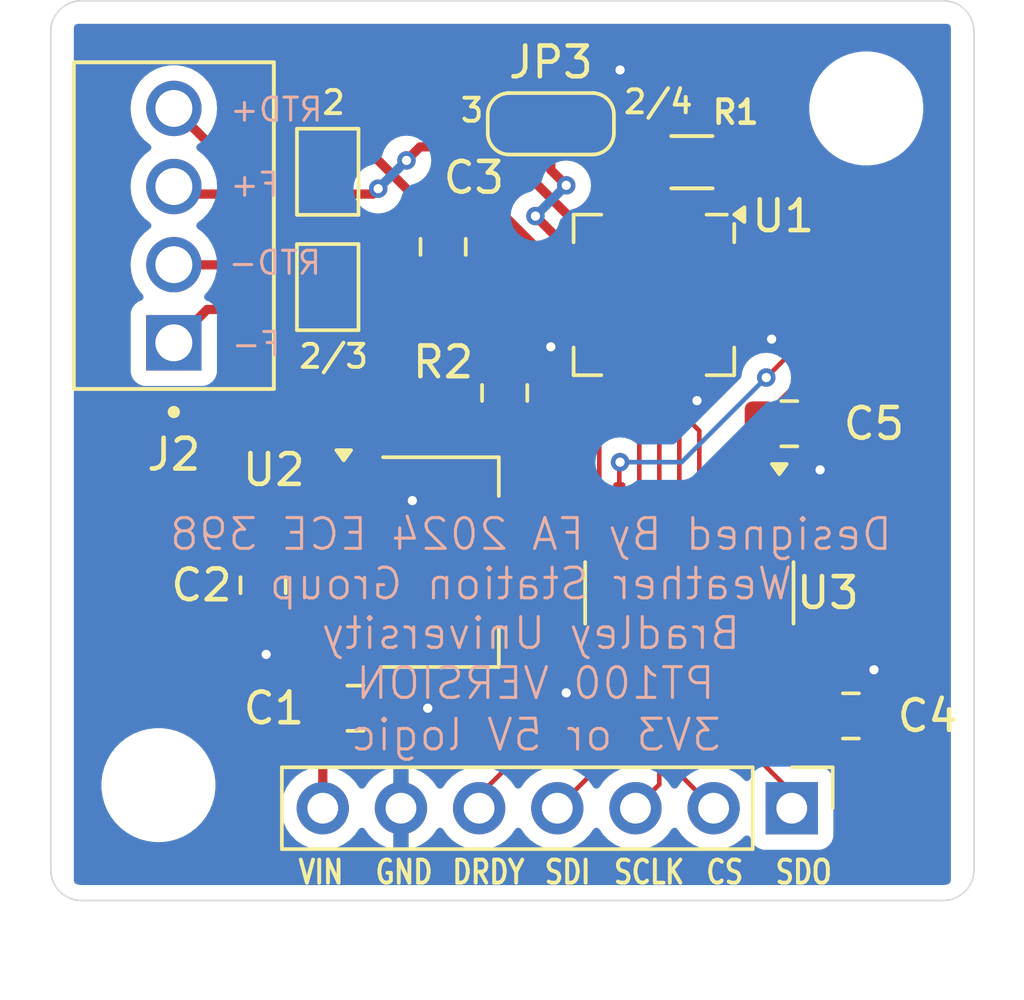
<source format=kicad_pcb>
(kicad_pcb (version 20240108) (generator "pcbnew") (generator_version "8.0")
  (layers (0 "F.Cu" signal) (31 "B.Cu" signal) (34 "B.Paste" user) (35 "F.Paste" user) (36 "B.SilkS" user "B.Silkscreen") (37 "F.SilkS" user "F.Silkscreen") (38 "B.Mask" user) (39 "F.Mask" user) (44 "Edge.Cuts" user))
  (net 0 "")
  (net 1 "GND")
  (net 2 "VIN")
  (net 3 "VDD")
  (net 4 "/RTDIN-")
  (net 5 "/RTDIN+")
  (net 6 "/IN_SDO")
  (net 7 "/IN_SDI")
  (net 8 "/IN_SCLK")
  (net 10 "/IN_CS")
  (net 11 "/IN_DRDY")
  (net 12 "/FORCE-")
  (net 13 "/FORCE+")
  (net 14 "/FORCE2")
  (net 15 "Net-(U1-BIAS)")
  (net 16 "Net-(U1-ISENSOR)")
  (net 17 "Net-(U3-OE)")
  (net 18 "/IC_SDI")
  (net 19 "/IC_SCLK")
  (net 20 "/IC_DRDY")
  (net 21 "/IC_CS")
  (net 22 "/IC_SDO")
  (footprint "RT1206BRD07400RL:RESC3116X65N" (layer "F.Cu") (at 167.3352 91.9988)
    (property "Reference" "R1" (at 1.4224 -1.6256 0) (layer "F.SilkS") (effects (font (size 0.75 0.75))))
    (property "Value" "400 (0.1)%")
    (fp_line (start -0.67 -0.85) (end 0.67 -0.85) (stroke (width 0.127)) (layer "F.SilkS"))
    (fp_line (start -0.67 0.85) (end 0.67 0.85) (stroke (width 0.127)) (layer "F.SilkS"))
    (pad "1" smd rect (at -1.48 0) (size 0.97 1.73) (layers "F.Cu" "F.Paste" "F.Mask") (net 16 "Net-(U1-ISENSOR)"))
    (pad "2" smd rect (at 1.48 0) (size 0.97 1.73) (layers "F.Cu" "F.Paste" "F.Mask") (net 15 "Net-(U1-BIAS)"))
  )
  (footprint "Jumper:SolderJumper-3_P1.3mm_Open_RoundedPad1.0x1.5mm_NumberLabels" (layer "F.Cu") (at 162.75 90.75)
    (property "Reference" "JP3" (at 0 -2 0) (layer "F.SilkS"))
    (property "Value" "~")
    (fp_line (start -2.05 0.3) (end -2.05 -0.3) (stroke (width 0.12)) (layer "F.SilkS"))
    (fp_line (start -1.4 -1) (end 1.4 -1) (stroke (width 0.12)) (layer "F.SilkS"))
    (fp_line (start 1.4 1) (end -1.4 1) (stroke (width 0.12)) (layer "F.SilkS"))
    (fp_line (start 2.05 -0.3) (end 2.05 0.3) (stroke (width 0.12)) (layer "F.SilkS"))
    (fp_arc (start -2.05 -0.3) (mid -1.844975 -0.794975) (end -1.35 -1) (stroke (width 0.12)) (layer "F.SilkS"))
    (fp_arc (start -1.35 1) (mid -1.844975 0.794975) (end -2.05 0.3) (stroke (width 0.12)) (layer "F.SilkS"))
    (fp_arc (start 1.35 -1) (mid 1.844975 -0.794975) (end 2.05 -0.3) (stroke (width 0.12)) (layer "F.SilkS"))
    (fp_arc (start 2.05 0.3) (mid 1.844975 0.794975) (end 1.35 1) (stroke (width 0.12)) (layer "F.SilkS"))
    (pad "1" smd custom (at -1.3 0) (size 1 0.5) (layers "F.Cu" "F.Mask") (net 13 "/FORCE+") (options (clearance outline) (anchor rect)) (primitives (gr_circle (center 0 0.25) (end 0.5 0.25) (width 0) (fill yes)) (gr_circle (center 0 -0.25) (end 0.5 -0.25) (width 0) (fill yes)) (gr_poly (pts (xy 0.55 0.75) (xy 0 0.75) (xy 0 -0.75) (xy 0.55 -0.75)) (width 0) (fill yes))))
    (pad "2" smd rect (at 0 0) (size 1 1.5) (layers "F.Cu" "F.Mask") (net 14 "/FORCE2"))
    (pad "3" smd custom (at 1.3 0) (size 1 0.5) (layers "F.Cu" "F.Mask") (net 1 "GND") (options (clearance outline) (anchor rect)) (primitives (gr_circle (center 0 0.25) (end 0.5 0.25) (width 0) (fill yes)) (gr_circle (center 0 -0.25) (end 0.5 -0.25) (width 0) (fill yes)) (gr_poly (pts (xy 0 0.75) (xy -0.55 0.75) (xy -0.55 -0.75) (xy 0 -0.75)) (width 0) (fill yes))))
  )
  (footprint "Capacitor_SMD:C_0805_2012Metric" (layer "F.Cu") (at 172.5 110)
    (property "Reference" "C4" (at 2.5 0 0) (layer "F.SilkS"))
    (property "Value" "0.1uF")
    (fp_line (start -0.261252 -0.735) (end 0.261252 -0.735) (stroke (width 0.12)) (layer "F.SilkS"))
    (fp_line (start -0.261252 0.735) (end 0.261252 0.735) (stroke (width 0.12)) (layer "F.SilkS"))
    (pad "1" smd roundrect (at -0.95 0) (size 1 1.45) (layers "F.Cu" "F.Paste" "F.Mask") (net 2 "VIN"))
    (pad "2" smd roundrect (at 0.95 0) (size 1 1.45) (layers "F.Cu" "F.Paste" "F.Mask") (net 1 "GND"))
  )
  (footprint "MountingHole:MountingHole_3.2mm_M3" (layer "F.Cu") (at 150 112.25)
    (property "Reference" "H1" (hide yes))
    (property "Value" "MountingHole")
    (pad "" np_thru_hole circle (at 0 0) (size 3.2 3.2) (drill 3.2) (layers "*.Cu" "*.Mask"))
  )
  (footprint "Jumper:SolderJumper-2_P1.3mm_Open_TrianglePad1.0x1.5mm" (layer "F.Cu") (at 155.5 96.06 90)
    (property "Reference" "JP1" (hide yes))
    (property "Value" "~")
    (fp_line (start 1.4 -1) (end 1.4 1) (stroke (width 0.12)) (layer "F.SilkS"))
    (fp_line (start -1.4 -1) (end 1.4 -1) (stroke (width 0.12)) (layer "F.SilkS"))
    (fp_line (start 1.4 1) (end -1.4 1) (stroke (width 0.12)) (layer "F.SilkS"))
    (fp_line (start -1.4 1) (end -1.4 -1) (stroke (width 0.12)) (layer "F.SilkS"))
    (pad "1" smd custom (at -0.725 0 90) (size 0.3 0.3) (layers "F.Cu" "F.Mask") (net 12 "/FORCE-") (options (clearance outline) (anchor rect)) (primitives (gr_poly (pts (xy 1 0) (xy 0.5 0.75) (xy -0.5 0.75) (xy -0.5 -0.75) (xy 0.5 -0.75)) (width 0) (fill yes))))
    (pad "2" smd custom (at 0.725 0 90) (size 0.3 0.3) (layers "F.Cu" "F.Mask") (net 4 "/RTDIN-") (options (clearance outline) (anchor rect)) (primitives (gr_poly (pts (xy 0.5 0.75) (xy -0.65 0.75) (xy -0.15 0) (xy -0.65 -0.75) (xy 0.5 -0.75)) (width 0) (fill yes))))
  )
  (footprint "Capacitor_SMD:C_0805_2012Metric" (layer "F.Cu") (at 159.25 94.75 -90)
    (property "Reference" "C3" (at -2.25 -1 0) (layer "F.SilkS"))
    (property "Value" "100nF")
    (fp_line (start -0.261252 0.735) (end 0.261252 0.735) (stroke (width 0.12)) (layer "F.SilkS"))
    (fp_line (start -0.261252 -0.735) (end 0.261252 -0.735) (stroke (width 0.12)) (layer "F.SilkS"))
    (pad "1" smd roundrect (at -0.95 0 270) (size 1 1.45) (layers "F.Cu" "F.Paste" "F.Mask") (net 5 "/RTDIN+"))
    (pad "2" smd roundrect (at 0.95 0 270) (size 1 1.45) (layers "F.Cu" "F.Paste" "F.Mask") (net 4 "/RTDIN-"))
  )
  (footprint "Capacitor_SMD:C_0805_2012Metric" (layer "F.Cu") (at 161.25 99.5 90)
    (property "Reference" "R2" (at 1 -2 0) (layer "F.SilkS"))
    (property "Value" "10k")
    (fp_line (start -0.261252 -0.735) (end 0.261252 -0.735) (stroke (width 0.12)) (layer "F.SilkS"))
    (fp_line (start -0.261252 0.735) (end 0.261252 0.735) (stroke (width 0.12)) (layer "F.SilkS"))
    (pad "1" smd roundrect (at -0.95 0 90) (size 1 1.45) (layers "F.Cu" "F.Paste" "F.Mask") (net 3 "VDD"))
    (pad "2" smd roundrect (at 0.95 0 90) (size 1 1.45) (layers "F.Cu" "F.Paste" "F.Mask") (net 17 "Net-(U3-OE)"))
  )
  (footprint "Capacitor_SMD:C_0805_2012Metric" (layer "F.Cu") (at 156.4 109.75)
    (property "Reference" "C1" (at -2.65 0 0) (layer "F.SilkS"))
    (property "Value" "10uF")
    (fp_line (start -0.261252 -0.735) (end 0.261252 -0.735) (stroke (width 0.12)) (layer "F.SilkS"))
    (fp_line (start -0.261252 0.735) (end 0.261252 0.735) (stroke (width 0.12)) (layer "F.SilkS"))
    (pad "1" smd roundrect (at -0.95 0) (size 1 1.45) (layers "F.Cu" "F.Paste" "F.Mask") (net 2 "VIN"))
    (pad "2" smd roundrect (at 0.95 0) (size 1 1.45) (layers "F.Cu" "F.Paste" "F.Mask") (net 1 "GND"))
  )
  (footprint "Package_DFN_QFN:TQFN-20-1EP_5x5mm_P0.65mm_EP3.25x3.25mm" (layer "F.Cu") (at 166.1 96.3125 -90)
    (property "Reference" "U1" (at -2.5625 -4.2 180) (layer "F.SilkS"))
    (property "Value" "MAX31865xTP")
    (fp_line (start -2.61 2.61) (end -2.61 1.71) (stroke (width 0.12)) (layer "F.SilkS"))
    (fp_line (start -1.71 2.61) (end -2.61 2.61) (stroke (width 0.12)) (layer "F.SilkS"))
    (fp_line (start 1.71 2.61) (end 2.61 2.61) (stroke (width 0.12)) (layer "F.SilkS"))
    (fp_line (start 2.61 2.61) (end 2.61 1.71) (stroke (width 0.12)) (layer "F.SilkS"))
    (fp_line (start -2.61 -1.71) (end -2.61 -2.37) (stroke (width 0.12)) (layer "F.SilkS"))
    (fp_line (start -1.71 -2.61) (end -2.31 -2.61) (stroke (width 0.12)) (layer "F.SilkS"))
    (fp_line (start 1.71 -2.61) (end 2.61 -2.61) (stroke (width 0.12)) (layer "F.SilkS"))
    (fp_line (start 2.61 -2.61) (end 2.61 -1.71) (stroke (width 0.12)) (layer "F.SilkS"))
    (fp_poly (pts (xy -2.61 -2.61) (xy -2.85 -2.94) (xy -2.37 -2.94) (xy -2.61 -2.61)) (stroke (width 0.12)) (fill solid) (layer "F.SilkS"))
    (pad "1" smd roundrect (at -2.4375 -1.3 270) (size 0.825 0.3) (layers "F.Cu" "F.Paste" "F.Mask") (net 15 "Net-(U1-BIAS)"))
    (pad "2" smd roundrect (at -2.4375 -0.65 270) (size 0.825 0.3) (layers "F.Cu" "F.Paste" "F.Mask") (net 15 "Net-(U1-BIAS)"))
    (pad "3" smd roundrect (at -2.4375 0 270) (size 0.825 0.3) (layers "F.Cu" "F.Paste" "F.Mask") (net 16 "Net-(U1-ISENSOR)"))
    (pad "4" smd roundrect (at -2.4375 0.65 270) (size 0.825 0.3) (layers "F.Cu" "F.Paste" "F.Mask") (net 16 "Net-(U1-ISENSOR)"))
    (pad "5" smd roundrect (at -2.4375 1.3 270) (size 0.825 0.3) (layers "F.Cu" "F.Paste" "F.Mask") (net 13 "/FORCE+"))
    (pad "6" smd roundrect (at -1.3 2.4375 270) (size 0.3 0.825) (layers "F.Cu" "F.Paste" "F.Mask") (net 14 "/FORCE2"))
    (pad "7" smd roundrect (at -0.65 2.4375 270) (size 0.3 0.825) (layers "F.Cu" "F.Paste" "F.Mask") (net 5 "/RTDIN+"))
    (pad "8" smd roundrect (at 0 2.4375 270) (size 0.3 0.825) (layers "F.Cu" "F.Paste" "F.Mask") (net 4 "/RTDIN-"))
    (pad "9" smd roundrect (at 0.65 2.4375 270) (size 0.3 0.825) (layers "F.Cu" "F.Paste" "F.Mask") (net 12 "/FORCE-"))
    (pad "10" smd roundrect (at 1.3 2.4375 270) (size 0.3 0.825) (layers "F.Cu" "F.Paste" "F.Mask") (net 1 "GND"))
    (pad "11" smd roundrect (at 2.4375 1.3 270) (size 0.825 0.3) (layers "F.Cu" "F.Paste" "F.Mask") (net 18 "/IC_SDI"))
    (pad "12" smd roundrect (at 2.4375 0.65 270) (size 0.825 0.3) (layers "F.Cu" "F.Paste" "F.Mask") (net 19 "/IC_SCLK"))
    (pad "13" smd roundrect (at 2.4375 0 270) (size 0.825 0.3) (layers "F.Cu" "F.Paste" "F.Mask") (net 21 "/IC_CS"))
    (pad "14" smd roundrect (at 2.4375 -0.65 270) (size 0.825 0.3) (layers "F.Cu" "F.Paste" "F.Mask") (net 22 "/IC_SDO"))
    (pad "15" smd roundrect (at 2.4375 -1.3 270) (size 0.825 0.3) (layers "F.Cu" "F.Paste" "F.Mask") (net 1 "GND"))
    (pad "16" smd roundrect (at 1.3 -2.4375 270) (size 0.3 0.825) (layers "F.Cu" "F.Paste" "F.Mask") (net 1 "GND"))
    (pad "17" smd roundrect (at 0.65 -2.4375 270) (size 0.3 0.825) (layers "F.Cu" "F.Paste" "F.Mask"))
    (pad "18" smd roundrect (at 0 -2.4375 270) (size 0.3 0.825) (layers "F.Cu" "F.Paste" "F.Mask") (net 20 "/IC_DRDY"))
    (pad "19" smd roundrect (at -0.65 -2.4375 270) (size 0.3 0.825) (layers "F.Cu" "F.Paste" "F.Mask") (net 3 "VDD"))
    (pad "20" smd roundrect (at -1.3 -2.4375 270) (size 0.3 0.825) (layers "F.Cu" "F.Paste" "F.Mask") (net 3 "VDD"))
    (pad "21" smd rect (at 0 0 270) (size 3.25 3.25) (property pad_prop_heatsink) (layers "F.Cu" "F.Mask") (net 1 "GND"))
  )
  (footprint "Package_SO:TSSOP-20_4.4x6.5mm_P0.65mm" (layer "F.Cu") (at 167.25 106 -90)
    (property "Reference" "U3" (at 0 -4.5 0) (layer "F.SilkS"))
    (property "Value" "TXB0108PW")
    (fp_line (start 0 3.385) (end -1 3.385) (stroke (width 0.12)) (layer "F.SilkS"))
    (fp_line (start 0 3.385) (end 1 3.385) (stroke (width 0.12)) (layer "F.SilkS"))
    (fp_line (start 0 -3.385) (end -1 -3.385) (stroke (width 0.12)) (layer "F.SilkS"))
    (fp_line (start 0 -3.385) (end 1 -3.385) (stroke (width 0.12)) (layer "F.SilkS"))
    (fp_poly (pts (xy -3.86 -2.925) (xy -4.19 -3.165) (xy -4.19 -2.685) (xy -3.86 -2.925)) (stroke (width 0.12)) (fill solid) (layer "F.SilkS"))
    (pad "1" smd roundrect (at -2.8625 -2.925 270) (size 1.475 0.4) (layers "F.Cu" "F.Paste" "F.Mask"))
    (pad "2" smd roundrect (at -2.8625 -2.275 270) (size 1.475 0.4) (layers "F.Cu" "F.Paste" "F.Mask") (net 3 "VDD"))
    (pad "3" smd roundrect (at -2.8625 -1.625 270) (size 1.475 0.4) (layers "F.Cu" "F.Paste" "F.Mask"))
    (pad "4" smd roundrect (at -2.8625 -0.975 270) (size 1.475 0.4) (layers "F.Cu" "F.Paste" "F.Mask"))
    (pad "5" smd roundrect (at -2.8625 -0.325 270) (size 1.475 0.4) (layers "F.Cu" "F.Paste" "F.Mask") (net 22 "/IC_SDO"))
    (pad "6" smd roundrect (at -2.8625 0.325 270) (size 1.475 0.4) (layers "F.Cu" "F.Paste" "F.Mask") (net 21 "/IC_CS"))
    (pad "7" smd roundrect (at -2.8625 0.975 270) (size 1.475 0.4) (layers "F.Cu" "F.Paste" "F.Mask") (net 19 "/IC_SCLK"))
    (pad "8" smd roundrect (at -2.8625 1.625 270) (size 1.475 0.4) (layers "F.Cu" "F.Paste" "F.Mask") (net 18 "/IC_SDI"))
    (pad "9" smd roundrect (at -2.8625 2.275 270) (size 1.475 0.4) (layers "F.Cu" "F.Paste" "F.Mask") (net 20 "/IC_DRDY"))
    (pad "10" smd roundrect (at -2.8625 2.925 270) (size 1.475 0.4) (layers "F.Cu" "F.Paste" "F.Mask") (net 17 "Net-(U3-OE)"))
    (pad "11" smd roundrect (at 2.8625 2.925 270) (size 1.475 0.4) (layers "F.Cu" "F.Paste" "F.Mask") (net 1 "GND"))
    (pad "12" smd roundrect (at 2.8625 2.275 270) (size 1.475 0.4) (layers "F.Cu" "F.Paste" "F.Mask") (net 11 "/IN_DRDY"))
    (pad "13" smd roundrect (at 2.8625 1.625 270) (size 1.475 0.4) (layers "F.Cu" "F.Paste" "F.Mask") (net 7 "/IN_SDI"))
    (pad "14" smd roundrect (at 2.8625 0.975 270) (size 1.475 0.4) (layers "F.Cu" "F.Paste" "F.Mask") (net 8 "/IN_SCLK"))
    (pad "15" smd roundrect (at 2.8625 0.325 270) (size 1.475 0.4) (layers "F.Cu" "F.Paste" "F.Mask") (net 10 "/IN_CS"))
    (pad "16" smd roundrect (at 2.8625 -0.325 270) (size 1.475 0.4) (layers "F.Cu" "F.Paste" "F.Mask") (net 6 "/IN_SDO"))
    (pad "17" smd roundrect (at 2.8625 -0.975 270) (size 1.475 0.4) (layers "F.Cu" "F.Paste" "F.Mask"))
    (pad "18" smd roundrect (at 2.8625 -1.625 270) (size 1.475 0.4) (layers "F.Cu" "F.Paste" "F.Mask"))
    (pad "19" smd roundrect (at 2.8625 -2.275 270) (size 1.475 0.4) (layers "F.Cu" "F.Paste" "F.Mask") (net 2 "VIN"))
    (pad "20" smd roundrect (at 2.8625 -2.925 270) (size 1.475 0.4) (layers "F.Cu" "F.Paste" "F.Mask"))
  )
  (footprint "TE-282834:TE_282834-4" (layer "F.Cu") (at 150.5 94.06 90)
    (property "Reference" "J2" (at -7.44 0 180) (layer "F.SilkS"))
    (property "Value" "282834-4")
    (fp_line (start 5.31 -3.25) (end 5.31 3.25) (stroke (width 0.127)) (layer "F.SilkS"))
    (fp_line (start -5.31 -3.25) (end 5.31 -3.25) (stroke (width 0.127)) (layer "F.SilkS"))
    (fp_line (start 5.31 3.25) (end -5.31 3.25) (stroke (width 0.127)) (layer "F.SilkS"))
    (fp_line (start -5.31 3.25) (end -5.31 -3.25) (stroke (width 0.127)) (layer "F.SilkS"))
    (fp_circle (center -6.06 0) (end -5.96 0) (stroke (width 0.2)) (fill none) (layer "F.SilkS"))
    (pad "1" thru_hole rect (at -3.81 0 90) (size 1.8 1.8) (drill 1.2) (layers "*.Cu" "*.Mask") (net 12 "/FORCE-"))
    (pad "2" thru_hole circle (at -1.27 0 90) (size 1.8 1.8) (drill 1.2) (layers "*.Cu" "*.Mask") (net 4 "/RTDIN-"))
    (pad "3" thru_hole circle (at 1.27 0 90) (size 1.8 1.8) (drill 1.2) (layers "*.Cu" "*.Mask") (net 13 "/FORCE+"))
    (pad "4" thru_hole circle (at 3.81 0 90) (size 1.8 1.8) (drill 1.2) (layers "*.Cu" "*.Mask") (net 5 "/RTDIN+"))
  )
  (footprint "Capacitor_SMD:C_0805_2012Metric" (layer "F.Cu") (at 170.5 100.5)
    (property "Reference" "C5" (at 2.75 0 180) (layer "F.SilkS"))
    (property "Value" "0.1uF")
    (fp_line (start -0.261252 -0.735) (end 0.261252 -0.735) (stroke (width 0.12)) (layer "F.SilkS"))
    (fp_line (start -0.261252 0.735) (end 0.261252 0.735) (stroke (width 0.12)) (layer "F.SilkS"))
    (pad "1" smd roundrect (at -0.95 0) (size 1 1.45) (layers "F.Cu" "F.Paste" "F.Mask") (net 3 "VDD"))
    (pad "2" smd roundrect (at 0.95 0) (size 1 1.45) (layers "F.Cu" "F.Paste" "F.Mask") (net 1 "GND"))
  )
  (footprint "Capacitor_SMD:C_0805_2012Metric" (layer "F.Cu") (at 153.4 105.75 -90)
    (property "Reference" "C2" (at 0 2 180) (layer "F.SilkS"))
    (property "Value" "10uF")
    (fp_line (start -0.261252 0.735) (end 0.261252 0.735) (stroke (width 0.12)) (layer "F.SilkS"))
    (fp_line (start -0.261252 -0.735) (end 0.261252 -0.735) (stroke (width 0.12)) (layer "F.SilkS"))
    (pad "1" smd roundrect (at -0.95 0 270) (size 1 1.45) (layers "F.Cu" "F.Paste" "F.Mask") (net 3 "VDD"))
    (pad "2" smd roundrect (at 0.95 0 270) (size 1 1.45) (layers "F.Cu" "F.Paste" "F.Mask") (net 1 "GND"))
  )
  (footprint "MountingHole:MountingHole_3.2mm_M3" (layer "F.Cu") (at 173 90.25)
    (property "Reference" "H2" (hide yes))
    (property "Value" "MountingHole")
    (pad "" np_thru_hole circle (at 0 0) (size 3.2 3.2) (drill 3.2) (layers "*.Cu" "*.Mask"))
  )
  (footprint "Jumper:SolderJumper-2_P1.3mm_Open_TrianglePad1.0x1.5mm" (layer "F.Cu") (at 155.5 92.31 -90)
    (property "Reference" "JP2" (hide yes))
    (property "Value" "~")
    (fp_line (start -1.4 1) (end -1.4 -1) (stroke (width 0.12)) (layer "F.SilkS"))
    (fp_line (start 1.4 1) (end -1.4 1) (stroke (width 0.12)) (layer "F.SilkS"))
    (fp_line (start -1.4 -1) (end 1.4 -1) (stroke (width 0.12)) (layer "F.SilkS"))
    (fp_line (start 1.4 -1) (end 1.4 1) (stroke (width 0.12)) (layer "F.SilkS"))
    (pad "1" smd custom (at -0.725 0 270) (size 0.3 0.3) (layers "F.Cu" "F.Mask") (net 5 "/RTDIN+") (options (clearance outline) (anchor rect)) (primitives (gr_poly (pts (xy 1 0) (xy 0.5 0.75) (xy -0.5 0.75) (xy -0.5 -0.75) (xy 0.5 -0.75)) (width 0) (fill yes))))
    (pad "2" smd custom (at 0.725 0 270) (size 0.3 0.3) (layers "F.Cu" "F.Mask") (net 13 "/FORCE+") (options (clearance outline) (anchor rect)) (primitives (gr_poly (pts (xy 0.5 0.75) (xy -0.65 0.75) (xy -0.15 0) (xy -0.65 -0.75) (xy 0.5 -0.75)) (width 0) (fill yes))))
  )
  (footprint "Package_TO_SOT_SMD:SOT-223-3_TabPin2" (layer "F.Cu") (at 159.15 105)
    (property "Reference" "U2" (at -5.4 -3 0) (layer "F.SilkS"))
    (property "Value" "NCP1117-3.3_SOT223")
    (fp_line (start -1.85 -3.41) (end 1.91 -3.41) (stroke (width 0.12)) (layer "F.SilkS"))
    (fp_line (start -1.85 3.41) (end 1.91 3.41) (stroke (width 0.12)) (layer "F.SilkS"))
    (fp_line (start 1.91 -3.41) (end 1.91 -2.15) (stroke (width 0.12)) (layer "F.SilkS"))
    (fp_line (start 1.91 3.41) (end 1.91 2.15) (stroke (width 0.12)) (layer "F.SilkS"))
    (fp_poly (pts (xy -3.13 -3.31) (xy -3.37 -3.64) (xy -2.89 -3.64) (xy -3.13 -3.31)) (stroke (width 0.12)) (fill solid) (layer "F.SilkS"))
    (pad "1" smd roundrect (at -3.15 -2.3) (size 2 1.5) (layers "F.Cu" "F.Paste" "F.Mask") (net 1 "GND"))
    (pad "2" smd roundrect (at -3.15 0) (size 2 1.5) (layers "F.Cu" "F.Paste" "F.Mask") (net 3 "VDD"))
    (pad "2" smd roundrect (at 3.15 0) (size 2 3.8) (layers "F.Cu" "F.Paste" "F.Mask") (net 3 "VDD"))
    (pad "3" smd roundrect (at -3.15 2.3) (size 2 1.5) (layers "F.Cu" "F.Paste" "F.Mask") (net 2 "VIN"))
  )
  (footprint "Connector_PinHeader_2.54mm:PinHeader_1x07_P2.54mm_Vertical" (layer "F.Cu") (at 170.58 113 -90)
    (property "Reference" "J1" (hide yes))
    (property "Value" "Conn_01x05_Pin")
    (fp_line (start -1.33 16.57) (end 1.33 16.57) (stroke (width 0.12)) (layer "F.SilkS"))
    (fp_line (start -1.33 1.27) (end -1.33 16.57) (stroke (width 0.12)) (layer "F.SilkS"))
    (fp_line (start -1.33 1.27) (end 1.33 1.27) (stroke (width 0.12)) (layer "F.SilkS"))
    (fp_line (start 1.33 1.27) (end 1.33 16.57) (stroke (width 0.12)) (layer "F.SilkS"))
    (fp_line (start -1.33 0) (end -1.33 -1.33) (stroke (width 0.12)) (layer "F.SilkS"))
    (fp_line (start -1.33 -1.33) (end 0 -1.33) (stroke (width 0.12)) (layer "F.SilkS"))
    (pad "1" thru_hole rect (at 0 0 270) (size 1.7 1.7) (drill 1) (layers "*.Cu" "*.Mask") (net 6 "/IN_SDO"))
    (pad "2" thru_hole oval (at 0 2.54 270) (size 1.7 1.7) (drill 1) (layers "*.Cu" "*.Mask") (net 10 "/IN_CS"))
    (pad "3" thru_hole oval (at 0 5.08 270) (size 1.7 1.7) (drill 1) (layers "*.Cu" "*.Mask") (net 8 "/IN_SCLK"))
    (pad "4" thru_hole oval (at 0 7.62 270) (size 1.7 1.7) (drill 1) (layers "*.Cu" "*.Mask") (net 7 "/IN_SDI"))
    (pad "5" thru_hole oval (at 0 10.16 270) (size 1.7 1.7) (drill 1) (layers "*.Cu" "*.Mask") (net 11 "/IN_DRDY"))
    (pad "6" thru_hole oval (at 0 12.7 270) (size 1.7 1.7) (drill 1) (layers "*.Cu" "*.Mask") (net 1 "GND"))
    (pad "7" thru_hole oval (at 0 15.24 270) (size 1.7 1.7) (drill 1) (layers "*.Cu" "*.Mask") (net 2 "VIN"))
  )
  (gr_arc (start 147.5 116) (mid 146.792893 115.707107) (end 146.5 115) (stroke (width 0.05)) (layer "Edge.Cuts"))
  (gr_arc (start 175.5 86.75) (mid 176.207107 87.042893) (end 176.5 87.75) (stroke (width 0.05)) (layer "Edge.Cuts"))
  (gr_line (start 146.5 115) (end 146.5 87.75) (stroke (width 0.05)) (layer "Edge.Cuts"))
  (gr_line (start 147.5 86.75) (end 175.5 86.75) (stroke (width 0.05)) (layer "Edge.Cuts"))
  (gr_line (start 175.5 116) (end 147.5 116) (stroke (width 0.05)) (layer "Edge.Cuts"))
  (gr_arc (start 176.5 115) (mid 176.207107 115.707107) (end 175.5 116) (stroke (width 0.05)) (layer "Edge.Cuts"))
  (gr_arc (start 146.5 87.75) (mid 146.792893 87.042893) (end 147.5 86.75) (stroke (width 0.05)) (layer "Edge.Cuts"))
  (gr_line (start 176.5 87.75) (end 176.5 115) (stroke (width 0.05)) (layer "Edge.Cuts"))
  (gr_text "3V3 or 5V logic\n" (at 168.3512 111.2012 0) (layer "B.SilkS") (effects (font (size 1 1) (thickness 0.1)) (justify left bottom mirror)))
  (gr_text "RTD+" (at 155.3972 90.7288 0) (layer "B.SilkS") (effects (font (size 0.75 0.75) (thickness 0.1)) (justify left bottom mirror)))
  (gr_text "F-" (at 154.0256 98.3488 0) (layer "B.SilkS") (effects (font (size 0.75 0.75) (thickness 0.1)) (justify left bottom mirror)))
  (gr_text "Designed By FA 2024 ECE 398\nWeather Station Group\nBradley University" (at 162.1028 107.8992 0) (layer "B.SilkS") (effects (font (size 1 1) (thickness 0.1)) (justify bottom mirror)))
  (gr_text "RTD-\n" (at 155.3464 95.7072 0) (layer "B.SilkS") (effects (font (size 0.75 0.75) (thickness 0.1)) (justify left bottom mirror)))
  (gr_text "F+" (at 153.9748 93.1672 0) (layer "B.SilkS") (effects (font (size 0.75 0.75) (thickness 0.1)) (justify left bottom mirror)))
  (gr_text "PT100 VERSION" (at 168.148 109.5248 0) (layer "B.SilkS") (effects (font (size 1 1) (thickness 0.1)) (justify left bottom mirror)))
  (gr_text "SDO\n" (at 169.9828 115.5192 0) (layer "F.SilkS") (effects (font (size 0.75 0.6) (thickness 0.127) (bold yes)) (justify left bottom)))
  (gr_text "GND" (at 156.9828 115.5192 0) (layer "F.SilkS") (effects (font (size 0.75 0.6) (thickness 0.127) (bold yes)) (justify left bottom)))
  (gr_text "2" (at 155.25 90.5 0) (layer "F.SilkS") (effects (font (size 0.75 0.75) (thickness 0.127) (bold yes)) (justify left bottom)))
  (gr_text "VIN" (at 154.4828 115.5192 0) (layer "F.SilkS") (effects (font (size 0.75 0.6) (thickness 0.127) (bold yes)) (justify left bottom)))
  (gr_text "SCLK" (at 164.7328 115.5192 0) (layer "F.SilkS") (effects (font (size 0.75 0.6) (thickness 0.127) (bold yes)) (justify left bottom)))
  (gr_text "2/3" (at 154.5 98.75 0) (layer "F.SilkS") (effects (font (size 0.75 0.75) (thickness 0.127) (bold yes)) (justify left bottom)))
  (gr_text "2/4" (at 165.0492 90.4748 0) (layer "F.SilkS") (effects (font (size 0.75 0.75) (thickness 0.127) (bold yes)) (justify left bottom)))
  (gr_text "CS" (at 167.7328 115.5192 0) (layer "F.SilkS") (effects (font (size 0.75 0.6) (thickness 0.127) (bold yes)) (justify left bottom)))
  (gr_text "DRDY" (at 159.4828 115.5192 0) (layer "F.SilkS") (effects (font (size 0.75 0.6) (thickness 0.127) (bold yes)) (justify left bottom)))
  (gr_text "3" (at 159.75 90.75 0) (layer "F.SilkS") (effects (font (size 0.75 0.75) (thickness 0.127) (bold yes)) (justify left bottom)))
  (gr_text "SDI" (at 162.4828 115.5192 0) (layer "F.SilkS") (effects (font (size 0.75 0.6) (thickness 0.127) (bold yes)) (justify left bottom)))
  (segment (start 163.6625 97.6125) (end 163.1375 97.6125) (width 0.3) (layer "F.Cu") (net 1))
  (segment (start 169.7875 97.6125) (end 169.925 97.75) (width 0.3) (layer "F.Cu") (net 1))
  (segment (start 156 102.7) (end 157.95 102.7) (width 0.3) (layer "F.Cu") (net 1))
  (segment (start 157.35 109.75) (end 158.75 109.75) (width 0.3) (layer "F.Cu") (net 1))
  (segment (start 167.4 97.6125) (end 168.5375 97.6125) (width 0.3) (layer "F.Cu") (net 1))
  (segment (start 164.05 90.75) (end 164.05 89.95) (width 0.3) (layer "F.Cu") (net 1))
  (segment (start 164.325 108.8625) (end 163.6375 108.8625) (width 0.3) (layer "F.Cu") (net 1))
  (segment (start 166.1 96.3125) (end 167.4 97.6125) (width 0.3) (layer "F.Cu") (net 1))
  (segment (start 171.45 100.5) (end 171.45 101.95) (width 0.3) (layer "F.Cu") (net 1))
  (segment (start 173.45 110) (end 173.45 108.7) (width 0.3) (layer "F.Cu") (net 1))
  (segment (start 164.8 97.6125) (end 163.6625 97.6125) (width 0.3) (layer "F.Cu") (net 1))
  (segment (start 163.6375 108.8625) (end 163.25 109.25) (width 0.3) (layer "F.Cu") (net 1))
  (segment (start 164.05 89.95) (end 165 89) (width 0.3) (layer "F.Cu") (net 1))
  (segment (start 173.45 108.7) (end 173.25 108.5) (width 0.3) (layer "F.Cu") (net 1))
  (segment (start 157.95 102.7) (end 158.25 103) (width 0.3) (layer "F.Cu") (net 1))
  (segment (start 167.4 97.6125) (end 167.4 98.75) (width 0.3) (layer "F.Cu") (net 1))
  (segment (start 167.4 99.65) (end 167.5 99.75) (width 0.3) (layer "F.Cu") (net 1))
  (segment (start 171.45 101.95) (end 171.5 102) (width 0.3) (layer "F.Cu") (net 1))
  (segment (start 153.4 107.9) (end 153.5 108) (width 0.3) (layer "F.Cu") (net 1))
  (segment (start 168.5375 97.6125) (end 169.7875 97.6125) (width 0.3) (layer "F.Cu") (net 1))
  (segment (start 166.1 96.3125) (end 164.8 97.6125) (width 0.3) (layer "F.Cu") (net 1))
  (segment (start 163.1375 97.6125) (end 162.75 98) (width 0.3) (layer "F.Cu") (net 1))
  (segment (start 153.4 106.7) (end 153.4 107.9) (width 0.3) (layer "F.Cu") (net 1))
  (segment (start 167.4 98.75) (end 167.4 99.65) (width 0.3) (layer "F.Cu") (net 1))
  (via (at 158.75 109.75) (size 0.6) (drill 0.3) (layers "F.Cu" "B.Cu") (net 1))
  (via (at 171.5 102) (size 0.6) (drill 0.3) (layers "F.Cu" "B.Cu") (net 1))
  (via (at 162.75 98) (size 0.6) (drill 0.3) (layers "F.Cu" "B.Cu") (net 1))
  (via (at 169.925 97.75) (size 0.6) (drill 0.3) (layers "F.Cu" "B.Cu") (net 1))
  (via (at 163.25 109.25) (size 0.6) (drill 0.3) (layers "F.Cu" "B.Cu") (net 1))
  (via (at 153.5 108) (size 0.6) (drill 0.3) (layers "F.Cu" "B.Cu") (net 1))
  (via (at 167.5 99.75) (size 0.6) (drill 0.3) (layers "F.Cu" "B.Cu") (net 1))
  (via (at 158.25 103) (size 0.6) (drill 0.3) (layers "F.Cu" "B.Cu") (net 1))
  (via (at 165 89) (size 0.6) (drill 0.3) (layers "F.Cu" "B.Cu") (net 1))
  (via (at 173.25 108.5) (size 0.6) (drill 0.3) (layers "F.Cu" "B.Cu") (net 1))
  (segment (start 155.45 107.85) (end 156 107.3) (width 0.3) (layer "F.Cu") (net 2))
  (segment (start 155.34 109.86) (end 155.45 109.75) (width 0.3) (layer "F.Cu") (net 2))
  (segment (start 169.525 109.599999) (end 169.525 108.8625) (width 0.3) (layer "F.Cu") (net 2))
  (segment (start 169.925001 110) (end 169.525 109.599999) (width 0.3) (layer "F.Cu") (net 2))
  (segment (start 171.55 110) (end 169.925001 110) (width 0.3) (layer "F.Cu") (net 2))
  (segment (start 168.699999 107.3) (end 169.525 108.125001) (width 0.3) (layer "F.Cu") (net 2))
  (segment (start 169.525 108.125001) (end 169.525 108.8625) (width 0.3) (layer "F.Cu") (net 2))
  (segment (start 155.45 109.75) (end 155.45 107.85) (width 0.3) (layer "F.Cu") (net 2))
  (segment (start 156 107.3) (end 168.699999 107.3) (width 0.3) (layer "F.Cu") (net 2))
  (segment (start 155.34 113) (end 155.34 109.86) (width 0.3) (layer "F.Cu") (net 2))
  (segment (start 169.525 100.525) (end 169.55 100.5) (width 0.3) (layer "F.Cu") (net 3))
  (segment (start 168.889168 104.5) (end 162.8 104.5) (width 0.3) (layer "F.Cu") (net 3))
  (segment (start 171.25 96.82448) (end 171.25 98.8) (width 0.3) (layer "F.Cu") (net 3))
  (segment (start 169.525 103.864168) (end 168.889168 104.5) (width 0.3) (layer "F.Cu") (net 3))
  (segment (start 168.5375 95.6625) (end 170.08802 95.6625) (width 0.3) (layer "F.Cu") (net 3))
  (segment (start 162.3 101.5) (end 162.3 105) (width 0.3) (layer "F.Cu") (net 3))
  (segment (start 155.8 104.8) (end 156 105) (width 0.3) (layer "F.Cu") (net 3))
  (segment (start 153.4 104.8) (end 155.8 104.8) (width 0.3) (layer "F.Cu") (net 3))
  (segment (start 170.08802 95.6625) (end 171.25 96.82448) (width 0.3) (layer "F.Cu") (net 3))
  (segment (start 169.525 103.1375) (end 169.525 100.525) (width 0.3) (layer "F.Cu") (net 3))
  (segment (start 162.3 105) (end 156 105) (width 0.3) (layer "F.Cu") (net 3))
  (segment (start 161.25 100.45) (end 162.3 101.5) (width 0.3) (layer "F.Cu") (net 3))
  (segment (start 168.5375 95.6625) (end 168.5375 95.0125) (width 0.3) (layer "F.Cu") (net 3))
  (segment (start 162.8 104.5) (end 162.3 105) (width 0.3) (layer "F.Cu") (net 3))
  (segment (start 169.525 103.1375) (end 169.525 103.864168) (width 0.3) (layer "F.Cu") (net 3))
  (segment (start 171.25 98.8) (end 169.55 100.5) (width 0.3) (layer "F.Cu") (net 3))
  (segment (start 150.505 95.335) (end 150.5 95.33) (width 0.3) (layer "F.Cu") (net 4))
  (segment (start 155.5 95.335) (end 158.885 95.335) (width 0.3) (layer "F.Cu") (net 4))
  (segment (start 155.5 95.335) (end 150.505 95.335) (width 0.3) (layer "F.Cu") (net 4))
  (segment (start 158.885 95.335) (end 159.25 95.7) (width 0.3) (layer "F.Cu") (net 4))
  (segment (start 163.6625 96.3125) (end 159.8625 96.3125) (width 0.3) (layer "F.Cu") (net 4))
  (segment (start 159.8625 96.3125) (end 159.25 95.7) (width 0.3) (layer "F.Cu") (net 4))
  (segment (start 159 93.8) (end 159.25 93.8) (width 0.3) (layer "F.Cu") (net 5))
  (segment (start 163.1625 95.6625) (end 161.3 93.8) (width 0.3) (layer "F.Cu") (net 5))
  (segment (start 155.5 91.585) (end 151.835 91.585) (width 0.3) (layer "F.Cu") (net 5))
  (segment (start 151.835 91.585) (end 150.5 90.25) (width 0.3) (layer "F.Cu") (net 5))
  (segment (start 161.3 93.8) (end 159.25 93.8) (width 0.3) (layer "F.Cu") (net 5))
  (segment (start 156.785 91.585) (end 159 93.8) (width 0.3) (layer "F.Cu") (net 5))
  (segment (start 155.5 91.585) (end 156.785 91.585) (width 0.3) (layer "F.Cu") (net 5))
  (segment (start 163.6625 95.6625) (end 163.1625 95.6625) (width 0.3) (layer "F.Cu") (net 5))
  (segment (start 170.58 113) (end 170.58 112.488102) (width 0.15) (layer "F.Cu") (net 6))
  (segment (start 170.58 112.488102) (end 167.575 109.483102) (width 0.15) (layer "F.Cu") (net 6))
  (segment (start 167.575 109.483102) (end 167.575 108.8625) (width 0.15) (layer "F.Cu") (net 6))
  (segment (start 165.625 110.335) (end 165.625 108.8625) (width 0.15) (layer "F.Cu") (net 7))
  (segment (start 162.96 113) (end 165.625 110.335) (width 0.15) (layer "F.Cu") (net 7))
  (segment (start 166.275 112.225) (end 166.275 108.8625) (width 0.15) (layer "F.Cu") (net 8))
  (segment (start 165.5 113) (end 166.275 112.225) (width 0.15) (layer "F.Cu") (net 8))
  (segment (start 168.04 113) (end 166.925 111.885) (width 0.15) (layer "F.Cu") (net 10))
  (segment (start 166.925 111.885) (end 166.925 108.8625) (width 0.15) (layer "F.Cu") (net 10))
  (segment (start 164.975 109.599999) (end 164.324999 110.25) (width 0.15) (layer "F.Cu") (net 11))
  (segment (start 162.75 110.25) (end 160.42 112.58) (width 0.15) (layer "F.Cu") (net 11))
  (segment (start 160.42 112.58) (end 160.42 113) (width 0.15) (layer "F.Cu") (net 11))
  (segment (start 164.324999 110.25) (end 162.75 110.25) (width 0.15) (layer "F.Cu") (net 11))
  (segment (start 164.975 108.8625) (end 164.975 109.599999) (width 0.15) (layer "F.Cu") (net 11))
  (segment (start 155.965 97.25) (end 155.5 96.785) (width 0.3) (layer "F.Cu") (net 12))
  (segment (start 151.585 96.785) (end 150.5 97.87) (width 0.3) (layer "F.Cu") (net 12))
  (segment (start 160.869239 97.25) (end 155.965 97.25) (width 0.3) (layer "F.Cu") (net 12))
  (segment (start 155.5 96.785) (end 151.585 96.785) (width 0.3) (layer "F.Cu") (net 12))
  (segment (start 161.156739 96.9625) (end 160.869239 97.25) (width 0.3) (layer "F.Cu") (net 12))
  (segment (start 163.6625 96.9625) (end 161.156739 96.9625) (width 0.3) (layer "F.Cu") (net 12))
  (segment (start 161.45 91.869239) (end 161.45 90.75) (width 0.3) (layer "F.Cu") (net 13))
  (segment (start 155.5 93.035) (end 156.965 93.035) (width 0.3) (layer "F.Cu") (net 13))
  (segment (start 158.05962 91.94038) (end 158.5 91.5) (width 0.3) (layer "F.Cu") (net 13))
  (segment (start 160.7 91.5) (end 161.45 90.75) (width 0.3) (layer "F.Cu") (net 13))
  (segment (start 155.5 93.035) (end 150.745 93.035) (width 0.3) (layer "F.Cu") (net 13))
  (segment (start 164.8 93.875) (end 163.455761 93.875) (width 0.3) (layer "F.Cu") (net 13))
  (segment (start 156.965 93.035) (end 157.14038 92.85962) (width 0.3) (layer "F.Cu") (net 13))
  (segment (start 150.745 93.035) (end 150.5 92.79) (width 0.3) (layer "F.Cu") (net 13))
  (segment (start 163.455761 93.875) (end 161.45 91.869239) (width 0.3) (layer "F.Cu") (net 13))
  (segment (start 158.5 91.5) (end 160.7 91.5) (width 0.3) (layer "F.Cu") (net 13))
  (via (at 157.14038 92.85962) (size 0.6) (drill 0.3) (layers "F.Cu" "B.Cu") (net 13))
  (via (at 158.05962 91.94038) (size 0.6) (drill 0.3) (layers "F.Cu" "B.Cu") (net 13))
  (segment (start 157.14038 92.85962) (end 158.05962 91.94038) (width 0.3) (layer "B.Cu") (net 13))
  (segment (start 163.5125 95.0125) (end 162.25 93.75) (width 0.3) (layer "F.Cu") (net 14))
  (segment (start 162.75 92.25) (end 162.75 90.75) (width 0.3) (layer "F.Cu") (net 14))
  (segment (start 163.25 92.75) (end 162.75 92.25) (width 0.3) (layer "F.Cu") (net 14))
  (segment (start 163.6625 95.0125) (end 163.5125 95.0125) (width 0.3) (layer "F.Cu") (net 14))
  (via (at 163.25 92.75) (size 0.6) (drill 0.3) (layers "F.Cu" "B.Cu") (net 14))
  (via (at 162.25 93.75) (size 0.6) (drill 0.3) (layers "F.Cu" "B.Cu") (net 14))
  (segment (start 162.25 93.75) (end 163.25 92.75) (width 0.3) (layer "B.Cu") (net 14))
  (segment (start 167.4 93.414) (end 168.8152 91.9988) (width 0.15) (layer "F.Cu") (net 15))
  (segment (start 167.4 93.875) (end 166.75 93.875) (width 0.15) (layer "F.Cu") (net 15))
  (segment (start 167.4 93.875) (end 167.4 93.414) (width 0.15) (layer "F.Cu") (net 15))
  (segment (start 165.8552 93.4972) (end 165.8552 91.9988) (width 0.15) (layer "F.Cu") (net 16))
  (segment (start 166.1 93.875) (end 165.45 93.875) (width 0.15) (layer "F.Cu") (net 16))
  (segment (start 166.1 93.875) (end 166.1 93.742) (width 0.15) (layer "F.Cu") (net 16))
  (segment (start 166.1 93.742) (end 165.8552 93.4972) (width 0.15) (layer "F.Cu") (net 16))
  (segment (start 161.25 98.55) (end 161.986827 98.55) (width 0.15) (layer "F.Cu") (net 17))
  (segment (start 161.986827 98.55) (end 164.325 100.888173) (width 0.15) (layer "F.Cu") (net 17))
  (segment (start 164.325 100.888173) (end 164.325 103.1375) (width 0.15) (layer "F.Cu") (net 17))
  (segment (start 164.8 100.05) (end 164.8 98.75) (width 0.15) (layer "F.Cu") (net 18))
  (segment (start 165.625 100.875) (end 164.8 100.05) (width 0.15) (layer "F.Cu") (net 18))
  (segment (start 165.625 103.1375) (end 165.625 100.875) (width 0.15) (layer "F.Cu") (net 18))
  (segment (start 166.275 100.775) (end 165.45 99.95) (width 0.15) (layer "F.Cu") (net 19))
  (segment (start 166.275 103.1375) (end 166.275 100.775) (width 0.15) (layer "F.Cu") (net 19))
  (segment (start 165.45 99.95) (end 165.45 98.75) (width 0.15) (layer "F.Cu") (net 19))
  (segment (start 170.5 98.25) (end 170.5 97.25) (width 0.15) (layer "F.Cu") (net 20))
  (segment (start 164.975 103.1375) (end 164.975 101.775) (width 0.15) (layer "F.Cu") (net 20))
  (segment (start 170.5 97.25) (end 169.5625 96.3125) (width 0.15) (layer "F.Cu") (net 20))
  (segment (start 169.75 99) (end 170.5 98.25) (width 0.15) (layer "F.Cu") (net 20))
  (segment (start 169.5625 96.3125) (end 168.5375 96.3125) (width 0.15) (layer "F.Cu") (net 20))
  (segment (start 164.975 101.775) (end 165 101.75) (width 0.15) (layer "F.Cu") (net 20))
  (via (at 165 101.75) (size 0.6) (drill 0.3) (layers "F.Cu" "B.Cu") (net 20))
  (via (at 169.75 99) (size 0.6) (drill 0.3) (layers "F.Cu" "B.Cu") (net 20))
  (segment (start 167 101.75) (end 169.75 99) (width 0.15) (layer "B.Cu") (net 20))
  (segment (start 165 101.75) (end 167 101.75) (width 0.15) (layer "B.Cu") (net 20))
  (segment (start 166.925 103.1375) (end 166.925 100.925) (width 0.15) (layer "F.Cu") (net 21))
  (segment (start 166.925 100.925) (end 166.1 100.1) (width 0.15) (layer "F.Cu") (net 21))
  (segment (start 166.1 100.1) (end 166.1 98.75) (width 0.15) (layer "F.Cu") (net 21))
  (segment (start 167.575 103.1375) (end 167.575 100.731587) (width 0.15) (layer "F.Cu") (net 22))
  (segment (start 166.75 99.906587) (end 166.75 98.75) (width 0.15) (layer "F.Cu") (net 22))
  (segment (start 167.575 100.731587) (end 166.75 99.906587) (width 0.15) (layer "F.Cu") (net 22))
  (zone (net 1) (net_name "GND") (layer "B.Cu") (connect_pads (clearance 0.5)) (min_thickness 0.25) (fill yes (thermal_gap 0.5) (thermal_bridge_width 0.5))
    (polygon (pts (xy 147.25 87.5) (xy 147.25 115.5) (xy 175.75 115.5) (xy 175.75 87.5)))
  )
)
</source>
